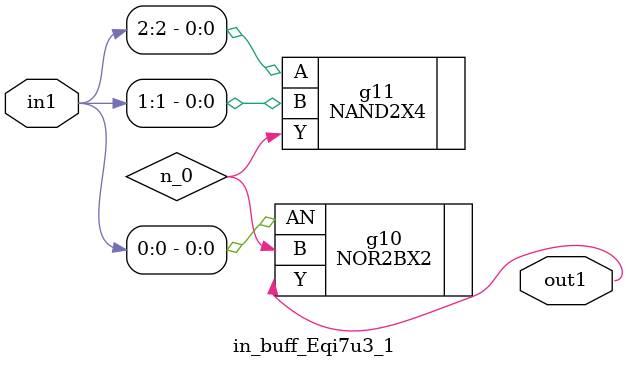
<source format=v>
`timescale 1ps / 1ps


module in_buff_Eqi7u3_1(in1, out1);
  input [2:0] in1;
  output out1;
  wire [2:0] in1;
  wire out1;
  wire n_0;
  NOR2BX2 g10(.AN (in1[0]), .B (n_0), .Y (out1));
  NAND2X4 g11(.A (in1[2]), .B (in1[1]), .Y (n_0));
endmodule



</source>
